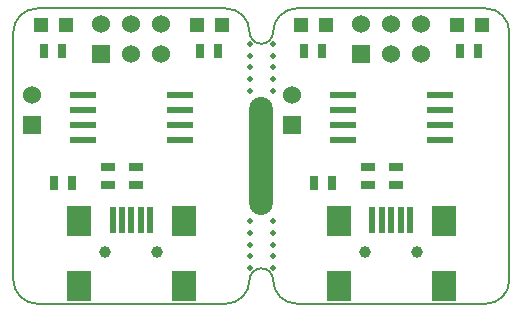
<source format=gts>
G04 (created by PCBNEW (2012-nov-02)-testing) date Sun 20 Jan 2013 14:43:11 CET*
%MOIN*%
G04 Gerber Fmt 3.4, Leading zero omitted, Abs format*
%FSLAX34Y34*%
G01*
G70*
G90*
G04 APERTURE LIST*
%ADD10C,0.006*%
%ADD11C,0.00590551*%
%ADD12R,0.045X0.025*%
%ADD13R,0.025X0.045*%
%ADD14R,0.06X0.06*%
%ADD15C,0.06*%
%ADD16R,0.0787X0.0984*%
%ADD17R,0.0197X0.0886*%
%ADD18C,0.0394*%
%ADD19R,0.0866142X0.019685*%
%ADD20R,0.0472X0.0472*%
%ADD21C,0.019685*%
%ADD22O,0.0787402X0.393701*%
G04 APERTURE END LIST*
G54D10*
G54D11*
X48031Y-48425D02*
G75*
G03X47637Y-48031I-393J0D01*
G74*
G01*
X47637Y-48031D02*
G75*
G03X47244Y-48425I0J-393D01*
G74*
G01*
X47244Y-40157D02*
G75*
G03X47637Y-40551I393J0D01*
G74*
G01*
X47637Y-40551D02*
G75*
G03X48031Y-40157I0J393D01*
G74*
G01*
X39370Y-48425D02*
G75*
G03X40157Y-49212I787J0D01*
G74*
G01*
X46456Y-39370D02*
X40157Y-39370D01*
X40157Y-49212D02*
X46456Y-49212D01*
X39370Y-40157D02*
X39370Y-48425D01*
X46456Y-49212D02*
G75*
G03X47244Y-48425I0J787D01*
G74*
G01*
X47244Y-40157D02*
G75*
G03X46456Y-39370I-787J0D01*
G74*
G01*
X40157Y-39370D02*
G75*
G03X39370Y-40157I0J-787D01*
G74*
G01*
X48031Y-48425D02*
G75*
G03X48818Y-49212I787J0D01*
G74*
G01*
X55118Y-39370D02*
X48818Y-39370D01*
X55905Y-48425D02*
X55905Y-40157D01*
X48818Y-49212D02*
X55118Y-49212D01*
X55118Y-49212D02*
G75*
G03X55905Y-48425I0J787D01*
G74*
G01*
X55905Y-40157D02*
G75*
G03X55118Y-39370I-787J0D01*
G74*
G01*
X48818Y-39370D02*
G75*
G03X48031Y-40157I0J-787D01*
G74*
G01*
G54D12*
X42519Y-45260D03*
X42519Y-44660D03*
X43464Y-45260D03*
X43464Y-44660D03*
G54D13*
X41323Y-45196D03*
X40723Y-45196D03*
X45605Y-40787D03*
X46205Y-40787D03*
G54D14*
X42307Y-40893D03*
G54D15*
X42307Y-39893D03*
X43307Y-40893D03*
X43307Y-39893D03*
X44307Y-40893D03*
X44307Y-39893D03*
G54D14*
X40000Y-43255D03*
G54D15*
X40000Y-42255D03*
G54D16*
X45059Y-48610D03*
X45059Y-46464D03*
X41555Y-48610D03*
X41555Y-46464D03*
G54D17*
X43307Y-46415D03*
X43622Y-46415D03*
X43937Y-46415D03*
X42992Y-46415D03*
X42677Y-46415D03*
G54D18*
X44173Y-47480D03*
X42441Y-47480D03*
G54D19*
X44921Y-42242D03*
X44921Y-42742D03*
X44921Y-43242D03*
X44921Y-43742D03*
X41692Y-42242D03*
X41692Y-42742D03*
X41692Y-43242D03*
X41692Y-43742D03*
G54D13*
X41008Y-40787D03*
X40408Y-40787D03*
G54D20*
X46318Y-39921D03*
X45492Y-39921D03*
X41121Y-39921D03*
X40295Y-39921D03*
G54D12*
X51181Y-45260D03*
X51181Y-44660D03*
X52125Y-45260D03*
X52125Y-44660D03*
G54D13*
X49985Y-45196D03*
X49385Y-45196D03*
X54266Y-40787D03*
X54866Y-40787D03*
G54D14*
X50968Y-40893D03*
G54D15*
X50968Y-39893D03*
X51968Y-40893D03*
X51968Y-39893D03*
X52968Y-40893D03*
X52968Y-39893D03*
G54D14*
X48661Y-43255D03*
G54D15*
X48661Y-42255D03*
G54D16*
X53720Y-48610D03*
X53720Y-46464D03*
X50216Y-48610D03*
X50216Y-46464D03*
G54D17*
X51968Y-46415D03*
X52283Y-46415D03*
X52598Y-46415D03*
X51653Y-46415D03*
X51338Y-46415D03*
G54D18*
X52834Y-47480D03*
X51102Y-47480D03*
G54D19*
X53582Y-42242D03*
X53582Y-42742D03*
X53582Y-43242D03*
X53582Y-43742D03*
X50354Y-42242D03*
X50354Y-42742D03*
X50354Y-43242D03*
X50354Y-43742D03*
G54D13*
X49670Y-40787D03*
X49070Y-40787D03*
G54D20*
X54979Y-39921D03*
X54153Y-39921D03*
X49783Y-39921D03*
X48957Y-39921D03*
G54D21*
X48031Y-42125D03*
X48031Y-40551D03*
X48031Y-41732D03*
X48031Y-40944D03*
X48031Y-41338D03*
X47244Y-41338D03*
X47244Y-40944D03*
X47244Y-41732D03*
X47244Y-40551D03*
X47244Y-42125D03*
X48031Y-48031D03*
X48031Y-46456D03*
X48031Y-47637D03*
X48031Y-46850D03*
X48031Y-47244D03*
X47244Y-47244D03*
X47244Y-46850D03*
X47244Y-47637D03*
X47244Y-46456D03*
X47244Y-48031D03*
G54D22*
X47637Y-44291D03*
M02*

</source>
